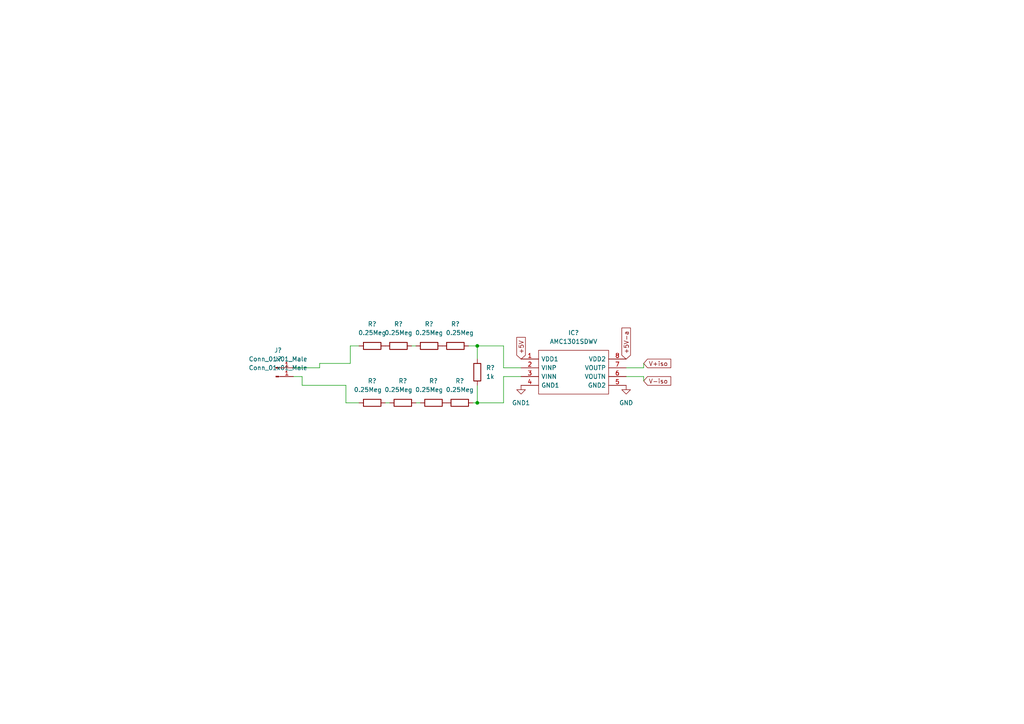
<source format=kicad_sch>
(kicad_sch (version 20211123) (generator eeschema)
  (paper "A4")
  (lib_symbols
    (symbol "AMC1301SDWV:AMC1301SDWV" (pin_names (offset 0.762))
      (property "Reference" "IC" (at 26.67 7.62 0))
      (property "Value" "AMC1301SDWV" (at 26.67 5.08 0))
      (symbol "AMC1301SDWV_0_0"
        (pin passive line (at 0 0 0) (length 5.08) (name "VDD1") (number "1"))
        (pin passive line (at 0 -2.54 0) (length 5.08) (name "VINP") (number "2"))
        (pin passive line (at 0 -5.08 0) (length 5.08) (name "VINN") (number "3"))
        (pin passive line (at 0 -7.62 0) (length 5.08) (name "GND1") (number "4"))
        (pin passive line (at 30.48 -7.62 180) (length 5.08) (name "GND2") (number "5"))
        (pin passive line (at 30.48 -5.08 180) (length 5.08) (name "VOUTN") (number "6"))
        (pin passive line (at 30.48 -2.54 180) (length 5.08) (name "VOUTP") (number "7"))
        (pin passive line (at 30.48 0 180) (length 5.08) (name "VDD2") (number "8"))
      )
      (symbol "AMC1301SDWV_0_1"
        (polyline (pts (xy 5.08 2.54) (xy 25.4 2.54) (xy 25.4 -10.16) (xy 5.08 -10.16) (xy 5.08 2.54)) (stroke (width 0.1524)))
      )
    )
    (symbol "Connector:Conn_01x01_Male" (pin_names (offset 1.016) hide)
      (property "Reference" "J" (at 0 2.54 0))
      (property "Value" "Conn_01x01_Male" (at 0 -2.54 0))
      (symbol "Conn_01x01_Male_1_1"
        (polyline (pts (xy 1.27 0) (xy 0.8636 0)) (stroke (width 0.1524)))
        (rectangle (start 0.8636 0.127) (end 0 -0.127) (stroke (width 0.1524)) (fill (type outline)))
        (pin passive line (at 5.08 0 180) (length 3.81) (name "Pin_1") (number "1"))
      )
    )
    (symbol "Device:R" (pin_numbers hide) (pin_names (offset 0))
      (property "Reference" "R" (at 2.032 0 90))
      (property "Value" "R" (at 0 0 90))
      (symbol "R_0_1"
        (rectangle (start -1.016 -2.54) (end 1.016 2.54) (stroke (width 0.254)))
      )
      (symbol "R_1_1"
        (pin passive line (at 0 3.81 270) (length 1.27) (name "~") (number "1"))
        (pin passive line (at 0 -3.81 90) (length 1.27) (name "~") (number "2"))
      )
    )
    (symbol "power:GND" (power) (pin_names (offset 0))
      (property "Value" "GND" (at 0 -3.81 0))
      (symbol "GND_0_1"
        (polyline (pts (xy 0 0) (xy 0 -1.27) (xy 1.27 -1.27) (xy 0 -2.54) (xy -1.27 -1.27) (xy 0 -1.27)))
      )
      (symbol "GND_1_1"
        (pin power_in line (at 0 0 270) (length 0) hide (name "GND") (number "1"))
      )
    )
    (symbol "power:GND1" (power) (pin_names (offset 0))
      (property "Value" "GND1" (at 0 -3.81 0))
      (symbol "GND1_0_1"
        (polyline (pts (xy 0 0) (xy 0 -1.27) (xy 1.27 -1.27) (xy 0 -2.54) (xy -1.27 -1.27) (xy 0 -1.27)))
      )
      (symbol "GND1_1_1"
        (pin power_in line (at 0 0 270) (length 0) hide (name "GND1") (number "1"))
      )
    )
  )
  (junction (at 138.43 100.33))
  (junction (at 138.43 116.84))
  (wire (pts (xy 92.71 106.68) (xy 92.71 105.41)))
  (wire (pts (xy 146.05 106.68) (xy 146.05 100.33)))
  (wire (pts (xy 151.13 109.22) (xy 146.05 109.22)))
  (wire (pts (xy 181.61 106.68) (xy 186.69 106.68)))
  (wire (pts (xy 120.65 100.33) (xy 119.38 100.33)))
  (wire (pts (xy 120.65 116.84) (xy 121.92 116.84)))
  (wire (pts (xy 87.63 111.76) (xy 100.33 111.76)))
  (wire (pts (xy 146.05 116.84) (xy 138.43 116.84)))
  (wire (pts (xy 138.43 116.84) (xy 137.16 116.84)))
  (wire (pts (xy 101.6 105.41) (xy 101.6 100.33)))
  (wire (pts (xy 146.05 100.33) (xy 138.43 100.33)))
  (wire (pts (xy 146.05 109.22) (xy 146.05 116.84)))
  (wire (pts (xy 113.03 116.84) (xy 111.76 116.84)))
  (wire (pts (xy 181.61 109.22) (xy 186.69 109.22)))
  (wire (pts (xy 92.71 105.41) (xy 101.6 105.41)))
  (wire (pts (xy 85.09 106.68) (xy 92.71 106.68)))
  (wire (pts (xy 151.13 106.68) (xy 146.05 106.68)))
  (wire (pts (xy 87.63 109.22) (xy 87.63 111.76)))
  (wire (pts (xy 186.69 109.22) (xy 186.69 110.49)))
  (wire (pts (xy 138.43 104.14) (xy 138.43 100.33)))
  (wire (pts (xy 138.43 111.76) (xy 138.43 116.84)))
  (wire (pts (xy 85.09 109.22) (xy 87.63 109.22)))
  (wire (pts (xy 186.69 106.68) (xy 186.69 105.41)))
  (wire (pts (xy 138.43 100.33) (xy 135.89 100.33)))
  (wire (pts (xy 101.6 100.33) (xy 104.14 100.33)))
  (wire (pts (xy 100.33 116.84) (xy 104.14 116.84)))
  (wire (pts (xy 100.33 116.84) (xy 100.33 111.76)))
  (global_label "+5V" (shape input) (at 151.13 104.14 90) (property "Intersheet References" "${INTERSHEET_REFS}" (effects hide)))
  (global_label "V-iso" (shape input) (at 186.69 110.49 0) (property "Intersheet References" "${INTERSHEET_REFS}" (effects hide)))
  (global_label "+5V-a" (shape input) (at 181.61 104.14 90) (property "Intersheet References" "${INTERSHEET_REFS}" (effects hide)))
  (global_label "V+iso" (shape input) (at 186.69 105.41 0) (property "Intersheet References" "${INTERSHEET_REFS}" (effects hide)))
  (symbol (lib_id "Device:R") (at 133.35 116.84 90) (unit 1)
    (property "Reference" "R?" (at 133.35 110.49 90))
    (property "Value" "0.25Meg" (at 133.35 113.03 90))
    (property "Footprint" "Resistor_SMD:R_0805_2012Metric_Pad1.20x1.40mm_HandSolder" (effects hide))
  )
  (symbol (lib_id "Device:R") (at 125.73 116.84 90) (unit 1)
    (property "Reference" "R?" (at 125.73 110.49 90))
    (property "Value" "0.25Meg" (at 124.46 113.03 90))
    (property "Footprint" "Resistor_SMD:R_0805_2012Metric_Pad1.20x1.40mm_HandSolder" (effects hide))
  )
  (symbol (lib_id "Device:R") (at 115.57 100.33 90) (unit 1)
    (property "Reference" "R?" (at 115.57 93.98 90))
    (property "Value" "0.25Meg" (at 115.57 96.52 90))
    (property "Footprint" "Resistor_SMD:R_0805_2012Metric_Pad1.20x1.40mm_HandSolder" (effects hide))
  )
  (symbol (lib_id "Device:R") (at 124.46 100.33 90) (unit 1)
    (property "Reference" "R?" (at 124.46 93.98 90))
    (property "Value" "0.25Meg" (at 124.46 96.52 90))
    (property "Footprint" "Resistor_SMD:R_0805_2012Metric_Pad1.20x1.40mm_HandSolder" (effects hide))
  )
  (symbol (lib_id "Device:R") (at 107.95 100.33 90) (unit 1)
    (property "Reference" "R?" (at 107.95 93.98 90))
    (property "Value" "0.25Meg" (at 107.95 96.52 90))
    (property "Footprint" "Resistor_SMD:R_0805_2012Metric_Pad1.20x1.40mm_HandSolder" (effects hide))
  )
  (symbol (lib_id "Device:R") (at 138.43 107.95 0) (unit 1)
    (property "Reference" "R?" (at 140.97 106.6799 0) (effects (justify left)))
    (property "Value" "1k" (at 140.97 109.2199 0) (effects (justify left)))
    (property "Footprint" "Resistor_SMD:R_0805_2012Metric_Pad1.20x1.40mm_HandSolder" (effects hide))
  )
  (symbol (lib_id "Device:R") (at 107.95 116.84 90) (unit 1)
    (property "Reference" "R?" (at 107.95 110.49 90))
    (property "Value" "0.25Meg" (at 106.68 113.03 90))
    (property "Footprint" "Resistor_SMD:R_0805_2012Metric_Pad1.20x1.40mm_HandSolder" (effects hide))
  )
  (symbol (lib_id "power:GND") (at 181.61 111.76 0) (unit 1)
    (property "Reference" "#PWR?" (effects hide))
    (property "Value" "GND" (at 181.61 116.84 0))
  )
  (symbol (lib_id "Connector:Conn_01x01_Male") (at 80.01 109.22 0) (unit 1)
    (property "Reference" "J?" (at 80.645 104.14 0))
    (property "Value" "Conn_01x01_Male" (at 80.645 106.68 0))
    (property "Footprint" "banana jack:1050752001" (effects hide))
  )
  (symbol (lib_id "Connector:Conn_01x01_Male") (at 80.01 106.68 0) (unit 1)
    (property "Reference" "J?" (at 80.645 101.6 0))
    (property "Value" "Conn_01x01_Male" (at 80.645 104.14 0))
    (property "Footprint" "banana jack:1050752001" (effects hide))
  )
  (symbol (lib_id "AMC1301SDWV:AMC1301SDWV") (at 151.13 104.14 0) (unit 1)
    (property "Reference" "IC?" (at 166.37 96.52 0))
    (property "Value" "AMC1301SDWV" (at 166.37 99.06 0))
    (property "Footprint" "AMC1301SDWV:SOIC127P1150X280-8N" (effects hide))
    (property "Datasheet" "http://www.ti.com/lit/gpn/AMC1301" (effects hide))
    (property "Description" "+/-250 mV-Input Precision Reinforced Isolated Amplifier for Current Sensing" (effects hide))
    (property "Height" "2.8" (effects hide))
    (property "Manufacturer_Name" "Texas Instruments" (effects hide))
    (property "Manufacturer_Part_Number" "AMC1301SDWV" (effects hide))
    (property "Mouser Part Number" "595-AMC1301SDWV" (effects hide))
    (property "Mouser Price/Stock" "https://www.mouser.co.uk/ProductDetail/Texas-Instruments/AMC1301SDWV?qs=r5DSvlrkXmIfv9TXgyHCmA%3D%3D" (effects hide))
    (property "Arrow Part Number" "AMC1301SDWV" (effects hide))
    (property "Arrow Price/Stock" "https://www.arrow.com/en/products/amc1301sdwv/texas-instruments?region=nac" (effects hide))
  )
  (symbol (lib_id "Device:R") (at 116.84 116.84 90) (unit 1)
    (property "Reference" "R?" (at 116.84 110.49 90))
    (property "Value" "0.25Meg" (at 115.57 113.03 90))
    (property "Footprint" "Resistor_SMD:R_0805_2012Metric_Pad1.20x1.40mm_HandSolder" (effects hide))
  )
  (symbol (lib_id "power:GND1") (at 151.13 111.76 0) (unit 1)
    (property "Reference" "#PWR?" (effects hide))
    (property "Value" "GND1" (at 151.13 116.84 0))
  )
  (symbol (lib_id "Device:R") (at 132.08 100.33 90) (unit 1)
    (property "Reference" "R?" (at 132.08 93.98 90))
    (property "Value" "0.25Meg" (at 133.35 96.52 90))
    (property "Footprint" "Resistor_SMD:R_0805_2012Metric_Pad1.20x1.40mm_HandSolder" (effects hide))
  )
)
</source>
